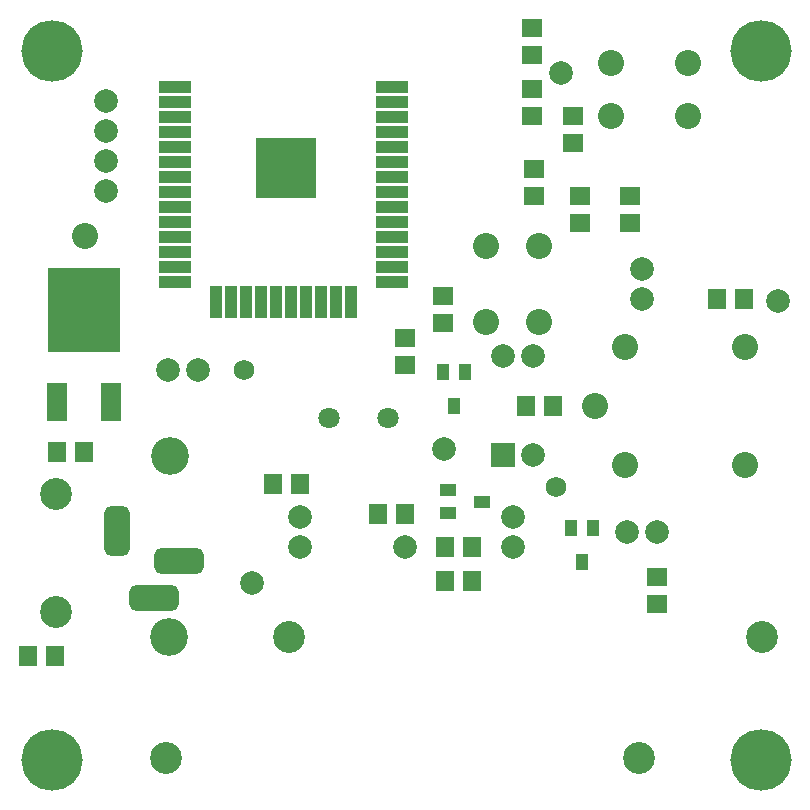
<source format=gbs>
G04 Layer_Color=16711935*
%FSLAX25Y25*%
%MOIN*%
G70*
G01*
G75*
%ADD41C,0.20485*%
%ADD42C,0.07887*%
%ADD43C,0.08674*%
G04:AMPARAMS|DCode=44|XSize=165.48mil|YSize=86.74mil|CornerRadius=23.68mil|HoleSize=0mil|Usage=FLASHONLY|Rotation=90.000|XOffset=0mil|YOffset=0mil|HoleType=Round|Shape=RoundedRectangle|*
%AMROUNDEDRECTD44*
21,1,0.16548,0.03937,0,0,90.0*
21,1,0.11811,0.08674,0,0,90.0*
1,1,0.04737,0.01968,0.05905*
1,1,0.04737,0.01968,-0.05905*
1,1,0.04737,-0.01968,-0.05905*
1,1,0.04737,-0.01968,0.05905*
%
%ADD44ROUNDEDRECTD44*%
G04:AMPARAMS|DCode=45|XSize=165.48mil|YSize=86.74mil|CornerRadius=23.68mil|HoleSize=0mil|Usage=FLASHONLY|Rotation=0.000|XOffset=0mil|YOffset=0mil|HoleType=Round|Shape=RoundedRectangle|*
%AMROUNDEDRECTD45*
21,1,0.16548,0.03937,0,0,0.0*
21,1,0.11811,0.08674,0,0,0.0*
1,1,0.04737,0.05905,-0.01968*
1,1,0.04737,-0.05905,-0.01968*
1,1,0.04737,-0.05905,0.01968*
1,1,0.04737,0.05905,0.01968*
%
%ADD45ROUNDEDRECTD45*%
%ADD46C,0.12611*%
%ADD47C,0.06800*%
%ADD48R,0.07887X0.07887*%
%ADD49C,0.10642*%
%ADD50C,0.07099*%
%ADD51R,0.06706X0.05918*%
%ADD52R,0.05918X0.06706*%
%ADD53R,0.20485X0.20485*%
%ADD54R,0.04343X0.10642*%
%ADD55R,0.10642X0.04343*%
%ADD56R,0.03950X0.05524*%
%ADD57R,0.05524X0.03950*%
%ADD58R,0.07099X0.12611*%
%ADD59R,0.24422X0.28359*%
D41*
X-118110Y-118110D02*
D03*
X118110D02*
D03*
Y118110D02*
D03*
X-118110D02*
D03*
D42*
X-35433Y-37126D02*
D03*
Y-47126D02*
D03*
X73740Y-42126D02*
D03*
X83740D02*
D03*
X35433Y-47126D02*
D03*
Y-37126D02*
D03*
X78740Y35551D02*
D03*
Y45551D02*
D03*
X42402Y-16500D02*
D03*
X32402Y16500D02*
D03*
X42402D02*
D03*
X-100000Y91500D02*
D03*
Y71500D02*
D03*
Y81500D02*
D03*
Y101500D02*
D03*
X-79500Y12000D02*
D03*
X-69500D02*
D03*
X-51500Y-59000D02*
D03*
X124000Y35000D02*
D03*
X51500Y111000D02*
D03*
X12500Y-14500D02*
D03*
X-500Y-47000D02*
D03*
D43*
X44291Y53347D02*
D03*
Y27756D02*
D03*
X26575Y53347D02*
D03*
Y27756D02*
D03*
X62992Y0D02*
D03*
X72835Y19685D02*
D03*
Y-19685D02*
D03*
X112992Y19685D02*
D03*
Y-19685D02*
D03*
X68205Y114358D02*
D03*
X93795D02*
D03*
X68205Y96642D02*
D03*
X93795D02*
D03*
X-107000Y56500D02*
D03*
D44*
X-96457Y-41717D02*
D03*
D45*
X-75740Y-51717D02*
D03*
X-84240Y-64217D02*
D03*
D46*
X-78740Y-16716D02*
D03*
X-79240Y-77217D02*
D03*
D47*
X-84240Y-64217D02*
D03*
X-82677D02*
D03*
X-80709D02*
D03*
X-86614D02*
D03*
X-88583D02*
D03*
X-80083Y-51717D02*
D03*
X-78114D02*
D03*
X-72209D02*
D03*
X-74177D02*
D03*
X-75740D02*
D03*
X-96457Y-46059D02*
D03*
Y-44091D02*
D03*
Y-38185D02*
D03*
Y-40154D02*
D03*
Y-41717D02*
D03*
X50000Y-27000D02*
D03*
X-54000Y12000D02*
D03*
D48*
X32402Y-16500D02*
D03*
D49*
X-116809Y-29315D02*
D03*
Y-68685D02*
D03*
X77500Y-117500D02*
D03*
X-79980D02*
D03*
X118480Y-77000D02*
D03*
X-39000D02*
D03*
D50*
X-25842Y-4000D02*
D03*
X-6157D02*
D03*
D51*
X42500Y79028D02*
D03*
Y69972D02*
D03*
X55500Y87472D02*
D03*
Y96528D02*
D03*
X42000Y126028D02*
D03*
Y116972D02*
D03*
Y105528D02*
D03*
Y96472D02*
D03*
X12260Y36555D02*
D03*
Y27500D02*
D03*
X83500Y-56972D02*
D03*
Y-66028D02*
D03*
X58000Y70028D02*
D03*
Y60972D02*
D03*
X74500D02*
D03*
Y70028D02*
D03*
X-500Y22528D02*
D03*
Y13472D02*
D03*
D52*
X-107472Y-15500D02*
D03*
X-116528D02*
D03*
X-126028Y-83500D02*
D03*
X-116972D02*
D03*
X-44528Y-26000D02*
D03*
X-35472D02*
D03*
X103472Y35500D02*
D03*
X112528D02*
D03*
X39972Y0D02*
D03*
X49028D02*
D03*
X22028Y-47000D02*
D03*
X12972D02*
D03*
X-472Y-36000D02*
D03*
X-9528D02*
D03*
X12972Y-58500D02*
D03*
X22028D02*
D03*
D53*
X-40157Y79134D02*
D03*
D54*
X-23465Y34685D02*
D03*
X-18465D02*
D03*
X-43465Y34646D02*
D03*
X-38465D02*
D03*
X-33465D02*
D03*
X-28465D02*
D03*
X-48465D02*
D03*
X-53465D02*
D03*
X-58465D02*
D03*
X-63465D02*
D03*
D55*
X-4764Y106339D02*
D03*
Y101339D02*
D03*
Y96339D02*
D03*
Y91339D02*
D03*
Y71339D02*
D03*
Y76339D02*
D03*
Y81339D02*
D03*
Y86339D02*
D03*
X-4724Y46339D02*
D03*
Y41339D02*
D03*
Y51339D02*
D03*
Y56339D02*
D03*
Y61339D02*
D03*
Y66339D02*
D03*
X-77165D02*
D03*
Y61339D02*
D03*
Y56339D02*
D03*
Y51339D02*
D03*
Y41339D02*
D03*
Y46339D02*
D03*
X-77205Y86339D02*
D03*
Y81339D02*
D03*
Y76339D02*
D03*
Y71339D02*
D03*
Y91339D02*
D03*
Y96339D02*
D03*
Y101339D02*
D03*
Y106339D02*
D03*
D56*
X54760Y-40890D02*
D03*
X62240D02*
D03*
X58500Y-52110D02*
D03*
X12260Y11110D02*
D03*
X19740D02*
D03*
X16000Y-110D02*
D03*
D57*
X13890Y-35740D02*
D03*
Y-28260D02*
D03*
X25110Y-32000D02*
D03*
D58*
X-98504Y1315D02*
D03*
X-116496D02*
D03*
D59*
X-107500Y32000D02*
D03*
M02*

</source>
